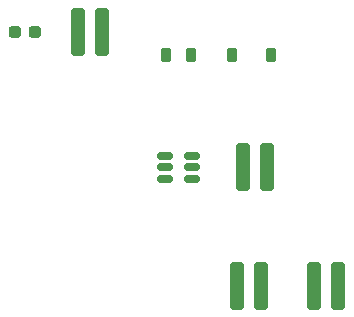
<source format=gbr>
%TF.GenerationSoftware,KiCad,Pcbnew,9.0.1*%
%TF.CreationDate,2025-05-31T16:56:00-05:00*%
%TF.ProjectId,ME 433 HW15 V1,4d452034-3333-4204-9857-31352056312e,rev?*%
%TF.SameCoordinates,Original*%
%TF.FileFunction,Paste,Top*%
%TF.FilePolarity,Positive*%
%FSLAX46Y46*%
G04 Gerber Fmt 4.6, Leading zero omitted, Abs format (unit mm)*
G04 Created by KiCad (PCBNEW 9.0.1) date 2025-05-31 16:56:00*
%MOMM*%
%LPD*%
G01*
G04 APERTURE LIST*
G04 Aperture macros list*
%AMRoundRect*
0 Rectangle with rounded corners*
0 $1 Rounding radius*
0 $2 $3 $4 $5 $6 $7 $8 $9 X,Y pos of 4 corners*
0 Add a 4 corners polygon primitive as box body*
4,1,4,$2,$3,$4,$5,$6,$7,$8,$9,$2,$3,0*
0 Add four circle primitives for the rounded corners*
1,1,$1+$1,$2,$3*
1,1,$1+$1,$4,$5*
1,1,$1+$1,$6,$7*
1,1,$1+$1,$8,$9*
0 Add four rect primitives between the rounded corners*
20,1,$1+$1,$2,$3,$4,$5,0*
20,1,$1+$1,$4,$5,$6,$7,0*
20,1,$1+$1,$6,$7,$8,$9,0*
20,1,$1+$1,$8,$9,$2,$3,0*%
G04 Aperture macros list end*
%ADD10RoundRect,0.237500X0.287500X0.237500X-0.287500X0.237500X-0.287500X-0.237500X0.287500X-0.237500X0*%
%ADD11RoundRect,0.250000X-0.350000X-1.775000X0.350000X-1.775000X0.350000X1.775000X-0.350000X1.775000X0*%
%ADD12RoundRect,0.150000X-0.512500X-0.150000X0.512500X-0.150000X0.512500X0.150000X-0.512500X0.150000X0*%
%ADD13RoundRect,0.218750X-0.218750X-0.381250X0.218750X-0.381250X0.218750X0.381250X-0.218750X0.381250X0*%
%ADD14RoundRect,0.225000X0.225000X0.375000X-0.225000X0.375000X-0.225000X-0.375000X0.225000X-0.375000X0*%
G04 APERTURE END LIST*
D10*
%TO.C,D1*%
X106125000Y-62000000D03*
X107875000Y-62000000D03*
%TD*%
D11*
%TO.C,R1*%
X111450000Y-62000000D03*
X113500000Y-62000000D03*
%TD*%
%TO.C,R4*%
X131475000Y-83500000D03*
X133525000Y-83500000D03*
%TD*%
%TO.C,R3*%
X124975000Y-83500000D03*
X127025000Y-83500000D03*
%TD*%
%TO.C,R2*%
X125450000Y-73500000D03*
X127500000Y-73500000D03*
%TD*%
D12*
%TO.C,MT1*%
X118862500Y-72550000D03*
X118862500Y-73500000D03*
X118862500Y-74450000D03*
X121137500Y-74450000D03*
X121137500Y-73500000D03*
X121137500Y-72550000D03*
%TD*%
D13*
%TO.C,L1*%
X118937500Y-64000000D03*
X121062500Y-64000000D03*
%TD*%
D14*
%TO.C,D2*%
X127800000Y-64000000D03*
X124500000Y-64000000D03*
%TD*%
M02*

</source>
